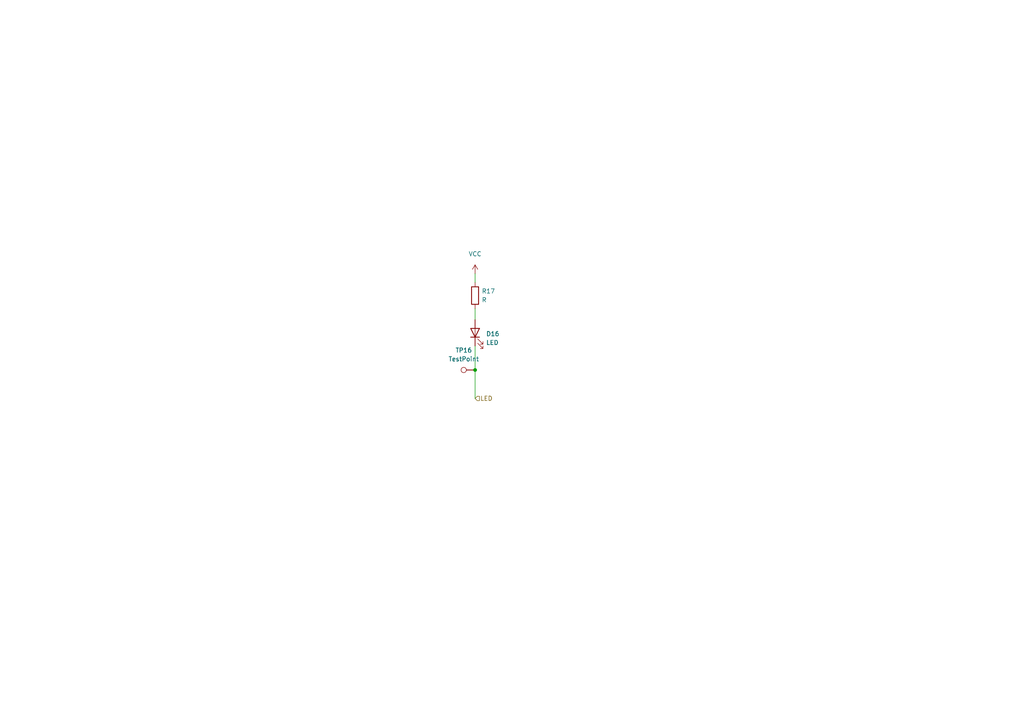
<source format=kicad_sch>
(kicad_sch (version 20211123) (generator eeschema)
  (paper "A4")
  (lib_symbols
    (symbol "Connector:TestPoint" (pin_numbers hide) (pin_names (offset 0.762) hide)
      (property "Reference" "TP" (at 0 6.858 0))
      (property "Value" "TestPoint" (at 0 5.08 0))
      (symbol "TestPoint_0_1"
        (circle (center 0 3.302) (radius 0.762))
      )
      (symbol "TestPoint_1_1"
        (pin passive line (at 0 0 90) (length 2.54) (name "1") (number "1"))
      )
    )
    (symbol "Device:LED" (pin_numbers hide) (pin_names (offset 1.016) hide)
      (property "Reference" "D" (at 0 2.54 0))
      (property "Value" "LED" (at 0 -2.54 0))
      (symbol "LED_0_1"
        (polyline (pts (xy -1.27 -1.27) (xy -1.27 1.27)) (stroke (width 0.254)))
        (polyline (pts (xy -1.27 0) (xy 1.27 0)))
        (polyline (pts (xy 1.27 -1.27) (xy 1.27 1.27) (xy -1.27 0) (xy 1.27 -1.27)) (stroke (width 0.254)))
        (polyline (pts (xy -3.048 -0.762) (xy -4.572 -2.286) (xy -3.81 -2.286) (xy -4.572 -2.286) (xy -4.572 -1.524)))
        (polyline (pts (xy -1.778 -0.762) (xy -3.302 -2.286) (xy -2.54 -2.286) (xy -3.302 -2.286) (xy -3.302 -1.524)))
      )
      (symbol "LED_1_1"
        (pin passive line (at -3.81 0 0) (length 2.54) (name "K") (number "1"))
        (pin passive line (at 3.81 0 180) (length 2.54) (name "A") (number "2"))
      )
    )
    (symbol "Device:R" (pin_numbers hide) (pin_names (offset 0))
      (property "Reference" "R" (at 2.032 0 90))
      (property "Value" "R" (at 0 0 90))
      (symbol "R_0_1"
        (rectangle (start -1.016 -2.54) (end 1.016 2.54) (stroke (width 0.254)))
      )
      (symbol "R_1_1"
        (pin passive line (at 0 3.81 270) (length 1.27) (name "~") (number "1"))
        (pin passive line (at 0 -3.81 90) (length 1.27) (name "~") (number "2"))
      )
    )
    (symbol "power:VCC" (power) (pin_names (offset 0))
      (property "Value" "VCC" (at 0 3.81 0))
      (symbol "VCC_0_1"
        (polyline (pts (xy -0.762 1.27) (xy 0 2.54)))
        (polyline (pts (xy 0 0) (xy 0 2.54)))
        (polyline (pts (xy 0 2.54) (xy 0.762 1.27)))
      )
      (symbol "VCC_1_1"
        (pin power_in line (at 0 0 90) (length 0) hide (name "VCC") (number "1"))
      )
    )
  )
  (junction (at 137.795 107.315))
  (wire (pts (xy 137.795 89.535) (xy 137.795 92.71)))
  (wire (pts (xy 137.795 79.375) (xy 137.795 81.915)))
  (wire (pts (xy 137.795 107.315) (xy 137.795 115.57)))
  (wire (pts (xy 137.795 100.33) (xy 137.795 107.315)))
  (hierarchical_label "LED" (shape input) (at 137.795 115.57 0))
  (symbol (lib_id "Connector:TestPoint") (at 137.795 107.315 90)
    (property "Reference" "TP16" (at 134.493 101.6 90))
    (property "Value" "TestPoint" (at 134.493 104.14 90))
    (property "Footprint" "TestPoint:TestPoint_Pad_D2.0mm" (effects hide))
  )
  (symbol (lib_id "Device:LED") (at 137.795 96.52 90)
    (property "Reference" "D16" (at 140.97 96.8374 90) (effects (justify right)))
    (property "Value" "LED" (at 140.97 99.3774 90) (effects (justify right)))
    (property "Footprint" "LED_SMD:LED_0805_2012Metric_Pad1.15x1.40mm_HandSolder" (effects hide))
  )
  (symbol (lib_id "power:VCC") (at 137.795 79.375 0)
    (property "Reference" "#PWR029" (effects hide))
    (property "Value" "VCC" (at 137.795 73.66 0))
  )
  (symbol (lib_id "Device:R") (at 137.795 85.725 0)
    (property "Reference" "R17" (at 139.7 84.4549 0) (effects (justify left)))
    (property "Value" "R" (at 139.7 86.9949 0) (effects (justify left)))
    (property "Footprint" "Resistor_SMD:R_0805_2012Metric_Pad1.20x1.40mm_HandSolder" (effects hide))
  )
)
</source>
